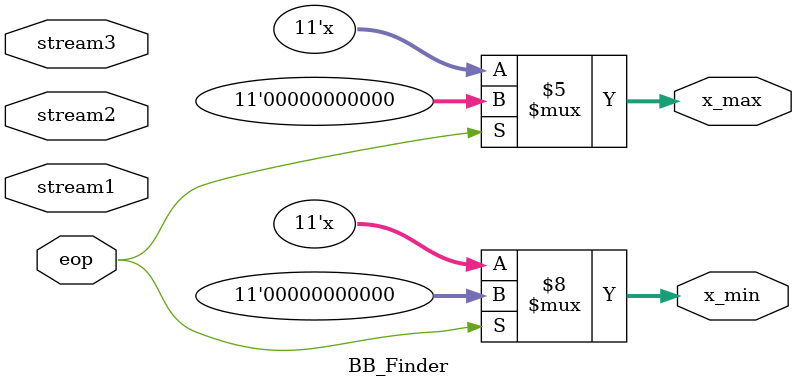
<source format=v>
module BB_Finder(
input eop,
input [10:0]stream1,stream2,stream3,
output reg [10:0]x_min,x_max
);

always @ (*)
	if (!eop) begin
		if (stream2!=0) begin //quit quickly if blank line (majority case)

		end
	end else begin
		x_min = 0;
		x_max = 0;
	end
endmodule

</source>
